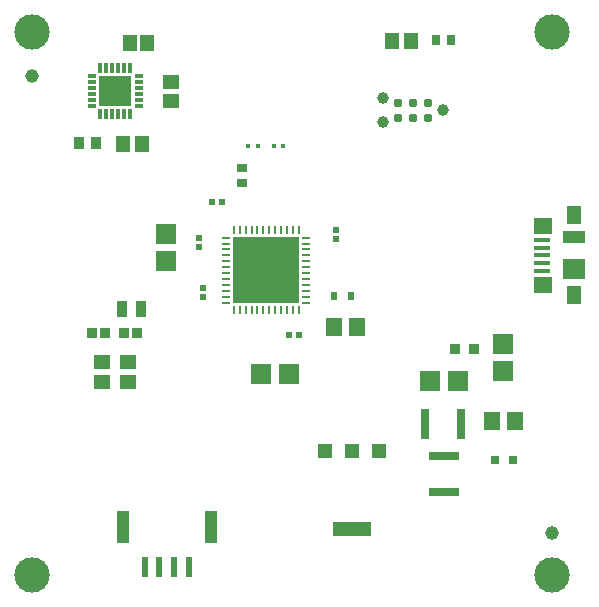
<source format=gbr>
%TF.GenerationSoftware,Altium Limited,Altium Designer,23.5.1 (21)*%
G04 Layer_Color=255*
%FSLAX45Y45*%
%MOMM*%
%TF.SameCoordinates,D1A1A69A-B0F0-4312-96CC-35C0D177272F*%
%TF.FilePolarity,Positive*%
%TF.FileFunction,Pads,Top*%
%TF.Part,Single*%
G01*
G75*
%TA.AperFunction,SMDPad,CuDef*%
%ADD10R,1.25000X1.25000*%
%ADD11R,3.18213X1.25000*%
%ADD12R,1.00000X2.80000*%
%ADD13R,0.60000X1.70000*%
%ADD14R,2.60000X0.75000*%
%ADD15R,0.86213X0.66370*%
%TA.AperFunction,ConnectorPad*%
%ADD16R,1.38000X0.45000*%
%ADD17R,1.55000X1.42500*%
%ADD18R,1.90000X1.00000*%
%ADD19R,1.90000X1.80000*%
%ADD20R,1.30000X1.65000*%
%TA.AperFunction,BGAPad,CuDef*%
%ADD21C,0.78700*%
%TA.AperFunction,SMDPad,CuDef*%
%ADD22R,0.75000X2.60000*%
%ADD23R,0.45000X0.45000*%
%ADD24R,0.52000X0.52000*%
%ADD25R,1.40000X1.20000*%
%ADD26R,0.93108X0.81213*%
%ADD27R,0.90000X1.35000*%
%ADD28R,2.70000X2.60000*%
%ADD29R,0.80000X0.35000*%
%ADD30R,0.35000X0.85000*%
%ADD31R,1.45620X1.30464*%
%ADD32R,5.60000X5.60000*%
%ADD33O,0.25000X0.80000*%
%ADD34O,0.80000X0.25000*%
%ADD35R,0.52000X0.52000*%
%ADD36R,1.75395X1.80620*%
%ADD37R,0.84000X0.93000*%
%ADD38R,1.80620X1.75395*%
%ADD39R,0.80000X0.80000*%
%ADD40R,1.35000X1.55000*%
%ADD41R,0.66370X0.86213*%
%ADD42R,0.60000X0.80000*%
%ADD43R,1.30464X1.45620*%
%ADD44R,0.95000X1.05000*%
%ADD45R,1.15000X1.35000*%
%TA.AperFunction,ViaPad*%
%ADD53C,1.15200*%
%ADD54C,3.00000*%
%TA.AperFunction,ComponentPad*%
%ADD55C,0.99100*%
D10*
X11339000Y6249500D02*
D03*
X11110000D02*
D03*
X10881000D02*
D03*
D11*
X11110000Y5590500D02*
D03*
D12*
X9168118Y5604252D02*
D03*
X9913118D02*
D03*
D13*
X9728118Y5269252D02*
D03*
X9603118D02*
D03*
X9478118D02*
D03*
X9353118D02*
D03*
D14*
X11890000Y5897500D02*
D03*
Y6202500D02*
D03*
D15*
X10180000Y8520000D02*
D03*
Y8645877D02*
D03*
D16*
X12720000Y8035000D02*
D03*
Y7970000D02*
D03*
Y7905000D02*
D03*
Y7840000D02*
D03*
Y7775000D02*
D03*
D17*
X12728500Y8153750D02*
D03*
Y7656250D02*
D03*
D18*
X12986000Y8060000D02*
D03*
D19*
Y7790000D02*
D03*
D20*
Y8242500D02*
D03*
Y7567500D02*
D03*
D21*
X11757000Y9197000D02*
D03*
Y9070000D02*
D03*
X11630000Y9197000D02*
D03*
Y9070000D02*
D03*
X11503000Y9197000D02*
D03*
Y9070000D02*
D03*
D22*
X11725969Y6479999D02*
D03*
X12030969D02*
D03*
D23*
X10231355Y8829606D02*
D03*
X10311356D02*
D03*
X10527125Y8831057D02*
D03*
X10447125D02*
D03*
D24*
X9850000Y7630000D02*
D03*
Y7550000D02*
D03*
X9818019Y7975680D02*
D03*
Y8055680D02*
D03*
X10660000Y7230000D02*
D03*
X10970000Y8120000D02*
D03*
Y8040000D02*
D03*
D25*
X8990000Y7000000D02*
D03*
Y6830000D02*
D03*
X9210000D02*
D03*
Y7000000D02*
D03*
D26*
X9180000Y7250000D02*
D03*
X9288105D02*
D03*
X9020000D02*
D03*
X8911895D02*
D03*
D27*
X9165000Y7450000D02*
D03*
X9320000D02*
D03*
D28*
X9105000Y9295000D02*
D03*
D29*
X9305000Y9170000D02*
D03*
Y9220000D02*
D03*
Y9270000D02*
D03*
Y9320000D02*
D03*
Y9370000D02*
D03*
Y9420000D02*
D03*
X8905000Y9170000D02*
D03*
Y9220000D02*
D03*
Y9270000D02*
D03*
Y9320000D02*
D03*
Y9370000D02*
D03*
Y9420000D02*
D03*
D30*
X9230000Y9492500D02*
D03*
X9180000D02*
D03*
X9130000D02*
D03*
X9080000D02*
D03*
X9030000D02*
D03*
X8980000D02*
D03*
X9230000Y9097500D02*
D03*
X9180000D02*
D03*
X9130000D02*
D03*
X9080000D02*
D03*
X9030000D02*
D03*
X8980000D02*
D03*
D31*
X9580000Y9370000D02*
D03*
Y9208844D02*
D03*
D32*
X10383642Y7780005D02*
D03*
D33*
X10108642Y8120005D02*
D03*
X10158642D02*
D03*
X10208642D02*
D03*
X10258642D02*
D03*
X10308642D02*
D03*
X10358642D02*
D03*
X10408642D02*
D03*
X10458642D02*
D03*
X10508642D02*
D03*
X10558642D02*
D03*
X10608642D02*
D03*
X10658642D02*
D03*
Y7440005D02*
D03*
X10608642D02*
D03*
X10558642D02*
D03*
X10508642D02*
D03*
X10458642D02*
D03*
X10408642D02*
D03*
X10358642D02*
D03*
X10308642D02*
D03*
X10258642D02*
D03*
X10208642D02*
D03*
X10158642D02*
D03*
X10108642D02*
D03*
D34*
X10723642Y8055005D02*
D03*
Y8005005D02*
D03*
Y7955005D02*
D03*
Y7905005D02*
D03*
Y7855005D02*
D03*
Y7805005D02*
D03*
Y7755005D02*
D03*
Y7705005D02*
D03*
Y7655005D02*
D03*
Y7605005D02*
D03*
Y7555005D02*
D03*
Y7505005D02*
D03*
X10043642D02*
D03*
Y7555005D02*
D03*
Y7605005D02*
D03*
Y7655005D02*
D03*
Y7705005D02*
D03*
Y7755005D02*
D03*
Y7805005D02*
D03*
Y7855005D02*
D03*
Y7905005D02*
D03*
Y7955005D02*
D03*
Y8005005D02*
D03*
Y8055005D02*
D03*
D35*
X10004935Y8353065D02*
D03*
X9924935D02*
D03*
X10580000Y7230000D02*
D03*
D36*
X12008469Y6840000D02*
D03*
X11773244D02*
D03*
X10342387Y6900000D02*
D03*
X10577612D02*
D03*
D37*
X12143877Y7108433D02*
D03*
X11984877D02*
D03*
D38*
X12390000Y6922387D02*
D03*
Y7157612D02*
D03*
X9536632Y8088571D02*
D03*
Y7853346D02*
D03*
D39*
X12318469Y6170000D02*
D03*
X12468469D02*
D03*
D40*
X12488469Y6500000D02*
D03*
X12293469D02*
D03*
X11150000Y7300000D02*
D03*
X10955000D02*
D03*
D41*
X11823700Y9728200D02*
D03*
X11949577D02*
D03*
D42*
X10955907Y7557661D02*
D03*
X11100907D02*
D03*
D43*
X11610734Y9718200D02*
D03*
X11449577D02*
D03*
X9170000Y8850000D02*
D03*
X9331156D02*
D03*
D44*
X8940800Y8851900D02*
D03*
X8795800D02*
D03*
D45*
X9375000Y9700000D02*
D03*
X9230000D02*
D03*
D53*
X12800000Y5550000D02*
D03*
X8400000Y9425000D02*
D03*
D54*
Y5200000D02*
D03*
Y9800000D02*
D03*
X12800000D02*
D03*
Y5200000D02*
D03*
D55*
X11884000Y9133500D02*
D03*
X11376000Y9031900D02*
D03*
Y9235100D02*
D03*
%TF.MD5,630ba98edd036fd8dd5cc39ebe627ec3*%
M02*

</source>
